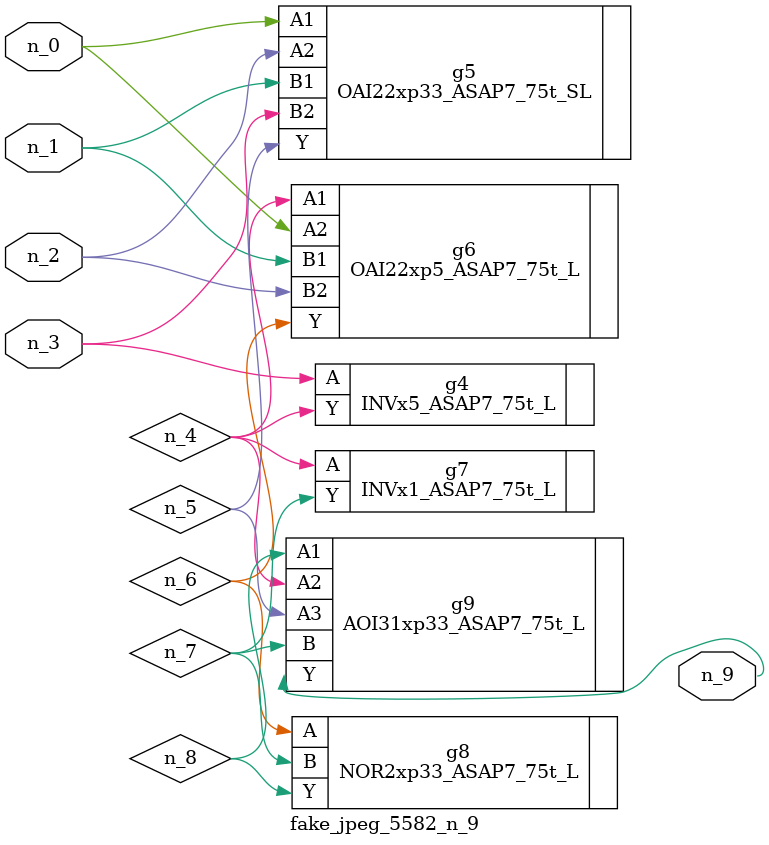
<source format=v>
module fake_jpeg_5582_n_9 (n_0, n_3, n_2, n_1, n_9);

input n_0;
input n_3;
input n_2;
input n_1;

output n_9;

wire n_4;
wire n_8;
wire n_6;
wire n_5;
wire n_7;

INVx5_ASAP7_75t_L g4 ( 
.A(n_3),
.Y(n_4)
);

OAI22xp33_ASAP7_75t_SL g5 ( 
.A1(n_0),
.A2(n_2),
.B1(n_1),
.B2(n_3),
.Y(n_5)
);

OAI22xp5_ASAP7_75t_L g6 ( 
.A1(n_4),
.A2(n_0),
.B1(n_1),
.B2(n_2),
.Y(n_6)
);

NOR2xp33_ASAP7_75t_L g8 ( 
.A(n_6),
.B(n_7),
.Y(n_8)
);

INVx1_ASAP7_75t_L g7 ( 
.A(n_4),
.Y(n_7)
);

AOI31xp33_ASAP7_75t_L g9 ( 
.A1(n_8),
.A2(n_4),
.A3(n_5),
.B(n_7),
.Y(n_9)
);


endmodule
</source>
